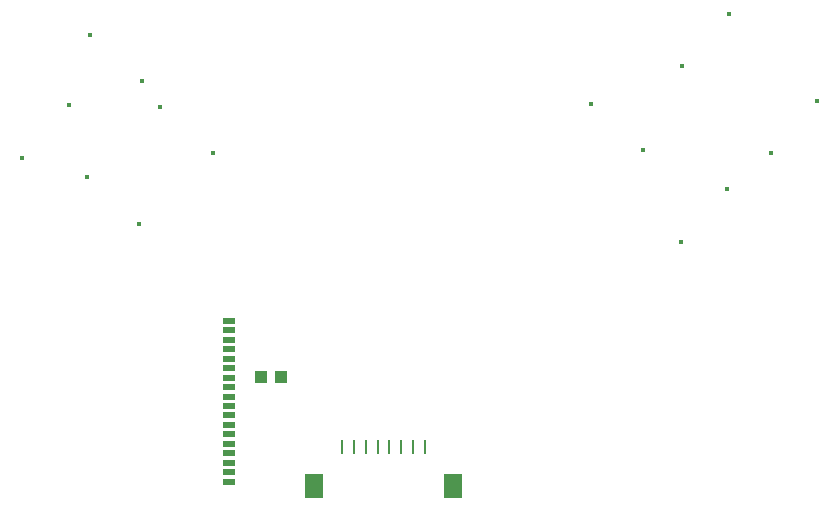
<source format=gbr>
G04 EAGLE Gerber RS-274X export*
G75*
%MOMM*%
%FSLAX34Y34*%
%LPD*%
%INSolderpaste Top*%
%IPPOS*%
%AMOC8*
5,1,8,0,0,1.08239X$1,22.5*%
G01*
%ADD10C,0.406400*%
%ADD11R,1.016000X0.508000*%
%ADD12R,0.250000X1.250000*%
%ADD13R,1.650000X2.050000*%
%ADD14R,1.100000X1.000000*%


D10*
X185420Y469900D03*
X229870Y430530D03*
X128270Y365760D03*
X167640Y410210D03*
X182880Y349250D03*
X227330Y309880D03*
X245110Y408940D03*
X289560Y369570D03*
X725170Y339090D03*
X685800Y294640D03*
X801370Y414020D03*
X762000Y369570D03*
X654050Y372110D03*
X609600Y411480D03*
X726440Y487680D03*
X687070Y443230D03*
D11*
X303391Y91723D03*
X303391Y99723D03*
X303391Y107723D03*
X303391Y115723D03*
X303391Y123723D03*
X303391Y131723D03*
X303391Y139723D03*
X303391Y147723D03*
X303391Y155723D03*
X303391Y163723D03*
X303391Y171723D03*
X303391Y179723D03*
X303391Y187723D03*
X303391Y195723D03*
X303391Y203723D03*
X303391Y211723D03*
X303391Y219723D03*
X303391Y227723D03*
D12*
X398920Y120695D03*
X408920Y120695D03*
X418920Y120695D03*
X428920Y120695D03*
X438920Y120695D03*
X448920Y120695D03*
X458920Y120695D03*
X468920Y120695D03*
D13*
X492920Y88195D03*
X374920Y88195D03*
D14*
X330169Y179918D03*
X347169Y179918D03*
M02*

</source>
